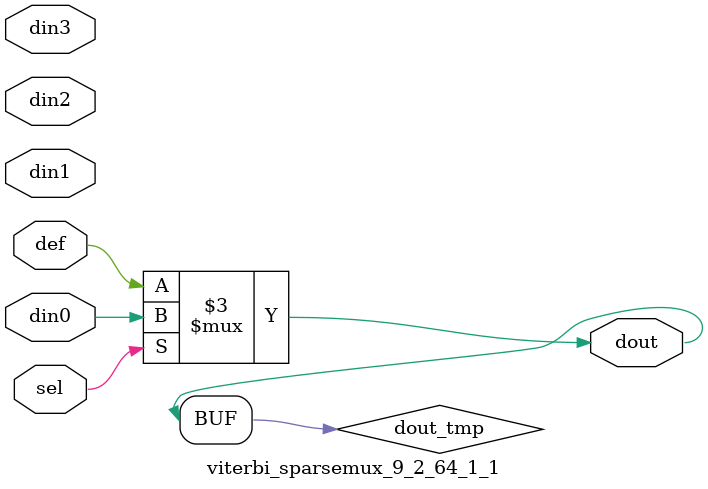
<source format=v>
module viterbi_sparsemux_9_2_64_1_1 (din0,din1,din2,din3,def,sel,dout); 
parameter din0_WIDTH = 1;
parameter din1_WIDTH = 1;
parameter din2_WIDTH = 1;
parameter din3_WIDTH = 1;
parameter def_WIDTH = 1;
parameter sel_WIDTH = 1;
parameter dout_WIDTH = 1;
parameter [sel_WIDTH-1:0] CASE0 = 1;
parameter [sel_WIDTH-1:0] CASE1 = 1;
parameter [sel_WIDTH-1:0] CASE2 = 1;
parameter [sel_WIDTH-1:0] CASE3 = 1;
parameter ID = 1;
parameter NUM_STAGE = 1;
input [din0_WIDTH-1:0] din0;
input [din1_WIDTH-1:0] din1;
input [din2_WIDTH-1:0] din2;
input [din3_WIDTH-1:0] din3;
input [def_WIDTH-1:0] def;
input [sel_WIDTH-1:0] sel;
output [dout_WIDTH-1:0] dout;
reg [dout_WIDTH-1:0] dout_tmp;
always @ (*) begin
(* parallel_case *) case (sel)
    CASE0 : dout_tmp = din0;
    CASE1 : dout_tmp = din1;
    CASE2 : dout_tmp = din2;
    CASE3 : dout_tmp = din3;
    default : dout_tmp = def;
endcase
end
assign dout = dout_tmp;
endmodule
</source>
